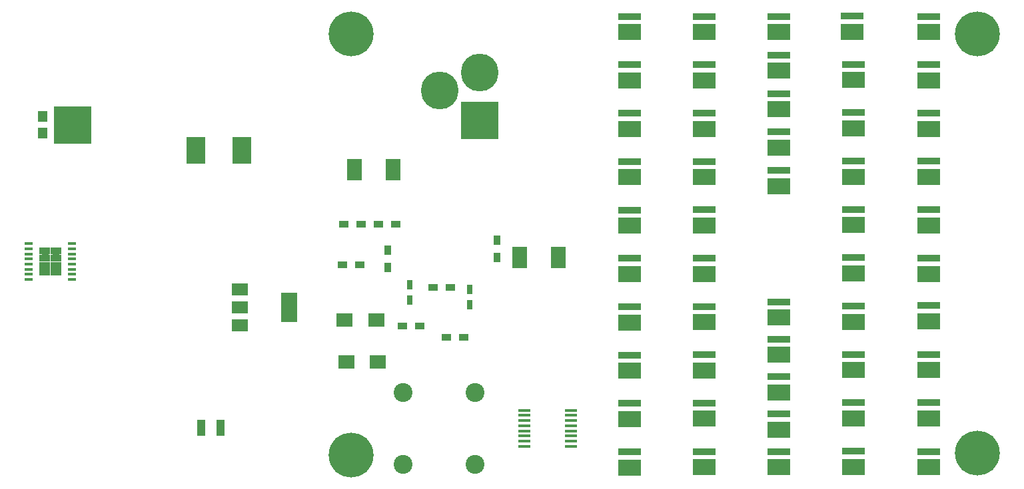
<source format=gbr>
G04 #@! TF.GenerationSoftware,KiCad,Pcbnew,no-vcs-found-01f5a12~58~ubuntu14.04.1*
G04 #@! TF.CreationDate,2017-05-04T16:20:22+02:00*
G04 #@! TF.ProjectId,leddy,6C656464792E6B696361645F70636200,rev?*
G04 #@! TF.FileFunction,Copper,L1,Top,Signal*
G04 #@! TF.FilePolarity,Positive*
%FSLAX46Y46*%
G04 Gerber Fmt 4.6, Leading zero omitted, Abs format (unit mm)*
G04 Created by KiCad (PCBNEW no-vcs-found-01f5a12~58~ubuntu14.04.1) date Thu May  4 16:20:22 2017*
%MOMM*%
%LPD*%
G01*
G04 APERTURE LIST*
%ADD10C,0.100000*%
%ADD11R,1.140000X2.030000*%
%ADD12C,1.000000*%
%ADD13R,1.050000X0.450000*%
%ADD14R,1.470000X0.895000*%
%ADD15R,1.200000X0.900000*%
%ADD16C,2.397760*%
%ADD17R,1.500000X0.450000*%
%ADD18C,4.800000*%
%ADD19R,4.800000X4.800000*%
%ADD20R,3.000000X0.900000*%
%ADD21R,3.000000X2.000000*%
%ADD22C,0.600000*%
%ADD23C,5.700000*%
%ADD24R,0.900000X1.200000*%
%ADD25R,2.000000X1.700000*%
%ADD26R,1.270000X1.400000*%
%ADD27R,4.800000X4.720000*%
%ADD28R,0.750000X1.200000*%
%ADD29R,1.903000X2.790000*%
%ADD30R,2.413000X3.429000*%
%ADD31R,2.000000X1.500000*%
%ADD32R,2.000000X3.800000*%
G04 APERTURE END LIST*
D10*
D11*
X108597219Y-101307056D03*
X110997219Y-101307056D03*
D12*
X88740000Y-81200000D03*
X90110000Y-81220000D03*
X90090000Y-79160000D03*
X88720000Y-79150000D03*
D13*
X86625000Y-77925000D03*
X86625000Y-78575000D03*
X86625000Y-79225000D03*
X86625000Y-79875000D03*
X86625000Y-80525000D03*
X86625000Y-81175000D03*
X86625000Y-81825000D03*
X86625000Y-82475000D03*
X92175000Y-82475000D03*
X92175000Y-81825000D03*
X92175000Y-81175000D03*
X92175000Y-80525000D03*
X92175000Y-79875000D03*
X92175000Y-79225000D03*
X92175000Y-78575000D03*
X92175000Y-77925000D03*
D14*
X90135000Y-81542500D03*
X90135000Y-80647500D03*
X90135000Y-79752500D03*
X90135000Y-78857500D03*
X88665000Y-81542500D03*
X88665000Y-80647500D03*
X88665000Y-79752500D03*
X88665000Y-78857500D03*
D15*
X126500000Y-80600000D03*
X128700000Y-80600000D03*
D16*
X134228000Y-96856000D03*
X143372000Y-106000000D03*
X134228000Y-106000000D03*
X143372000Y-96856000D03*
D17*
X149650000Y-99125000D03*
X149650000Y-99775000D03*
X149650000Y-100425000D03*
X149650000Y-101075000D03*
X149650000Y-101725000D03*
X149650000Y-102375000D03*
X149650000Y-103025000D03*
X149650000Y-103675000D03*
X155550000Y-103675000D03*
X155550000Y-103025000D03*
X155550000Y-102375000D03*
X155550000Y-101725000D03*
X155550000Y-101075000D03*
X155550000Y-100425000D03*
X155550000Y-99775000D03*
X155550000Y-99125000D03*
D18*
X144000000Y-56100000D03*
D19*
X144000000Y-62200000D03*
D18*
X138920000Y-58390000D03*
D20*
X163000000Y-55155555D03*
D21*
X163000000Y-57155555D03*
D22*
X162000000Y-55055555D03*
X164000000Y-55055555D03*
X163000000Y-55055555D03*
X162000000Y-57805555D03*
X162000000Y-56555555D03*
X164000000Y-57805555D03*
X164000000Y-56555555D03*
X163000000Y-56555555D03*
X163000000Y-57805555D03*
D20*
X201000000Y-49000000D03*
D21*
X201000000Y-51000000D03*
D22*
X200000000Y-48900000D03*
X202000000Y-48900000D03*
X201000000Y-48900000D03*
X200000000Y-51650000D03*
X200000000Y-50400000D03*
X202000000Y-51650000D03*
X202000000Y-50400000D03*
X201000000Y-50400000D03*
X201000000Y-51650000D03*
D20*
X191300000Y-48950000D03*
D21*
X191300000Y-50950000D03*
D22*
X190300000Y-48850000D03*
X192300000Y-48850000D03*
X191300000Y-48850000D03*
X190300000Y-51600000D03*
X190300000Y-50350000D03*
X192300000Y-51600000D03*
X192300000Y-50350000D03*
X191300000Y-50350000D03*
X191300000Y-51600000D03*
D20*
X182000000Y-49000000D03*
D21*
X182000000Y-51000000D03*
D22*
X181000000Y-48900000D03*
X183000000Y-48900000D03*
X182000000Y-48900000D03*
X181000000Y-51650000D03*
X181000000Y-50400000D03*
X183000000Y-51650000D03*
X183000000Y-50400000D03*
X182000000Y-50400000D03*
X182000000Y-51650000D03*
D20*
X172500000Y-49000000D03*
D21*
X172500000Y-51000000D03*
D22*
X171500000Y-48900000D03*
X173500000Y-48900000D03*
X172500000Y-48900000D03*
X171500000Y-51650000D03*
X171500000Y-50400000D03*
X173500000Y-51650000D03*
X173500000Y-50400000D03*
X172500000Y-50400000D03*
X172500000Y-51650000D03*
D20*
X163000000Y-49000000D03*
D21*
X163000000Y-51000000D03*
D22*
X162000000Y-48900000D03*
X164000000Y-48900000D03*
X163000000Y-48900000D03*
X162000000Y-51650000D03*
X162000000Y-50400000D03*
X164000000Y-51650000D03*
X164000000Y-50400000D03*
X163000000Y-50400000D03*
X163000000Y-51650000D03*
D23*
X207200000Y-51200000D03*
X207200000Y-104600000D03*
X127600000Y-104800000D03*
X127600000Y-51200000D03*
D24*
X146200000Y-79700000D03*
X146200000Y-77500000D03*
D25*
X131000000Y-93000000D03*
X127000000Y-93000000D03*
D26*
X88400000Y-61760000D03*
D27*
X92200000Y-62800000D03*
D26*
X88400000Y-63840000D03*
D15*
X141900000Y-89800000D03*
X139700000Y-89800000D03*
X136300000Y-88400000D03*
X134100000Y-88400000D03*
D25*
X130800000Y-87600000D03*
X126800000Y-87600000D03*
D28*
X142700000Y-85650000D03*
X142700000Y-83750000D03*
X135100000Y-85050000D03*
X135100000Y-83150000D03*
D29*
X128073500Y-68500000D03*
X132926500Y-68500000D03*
X153926500Y-79700000D03*
X149073500Y-79700000D03*
D30*
X113721000Y-66000000D03*
X107879000Y-66000000D03*
D24*
X132300000Y-80900000D03*
X132300000Y-78700000D03*
D15*
X140200000Y-83500000D03*
X138000000Y-83500000D03*
X126700000Y-75400000D03*
X128900000Y-75400000D03*
X131100000Y-75400000D03*
X133300000Y-75400000D03*
D31*
X113450000Y-83700000D03*
X113450000Y-88300000D03*
X113450000Y-86000000D03*
D32*
X119750000Y-86000000D03*
D20*
X182000000Y-58800000D03*
D21*
X182000000Y-60800000D03*
D22*
X181000000Y-58700000D03*
X183000000Y-58700000D03*
X182000000Y-58700000D03*
X181000000Y-61450000D03*
X181000000Y-60200000D03*
X183000000Y-61450000D03*
X183000000Y-60200000D03*
X182000000Y-60200000D03*
X182000000Y-61450000D03*
D20*
X201000000Y-92000000D03*
D21*
X201000000Y-94000000D03*
D22*
X200000000Y-91900000D03*
X202000000Y-91900000D03*
X201000000Y-91900000D03*
X200000000Y-94650000D03*
X200000000Y-93400000D03*
X202000000Y-94650000D03*
X202000000Y-93400000D03*
X201000000Y-93400000D03*
X201000000Y-94650000D03*
D20*
X201000000Y-79750000D03*
D21*
X201000000Y-81750000D03*
D22*
X200000000Y-79650000D03*
X202000000Y-79650000D03*
X201000000Y-79650000D03*
X200000000Y-82400000D03*
X200000000Y-81150000D03*
X202000000Y-82400000D03*
X202000000Y-81150000D03*
X201000000Y-81150000D03*
X201000000Y-82400000D03*
D20*
X201000000Y-73600000D03*
D21*
X201000000Y-75600000D03*
D22*
X200000000Y-73500000D03*
X202000000Y-73500000D03*
X201000000Y-73500000D03*
X200000000Y-76250000D03*
X200000000Y-75000000D03*
X202000000Y-76250000D03*
X202000000Y-75000000D03*
X201000000Y-75000000D03*
X201000000Y-76250000D03*
D20*
X201000000Y-67400000D03*
D21*
X201000000Y-69400000D03*
D22*
X200000000Y-67300000D03*
X202000000Y-67300000D03*
X201000000Y-67300000D03*
X200000000Y-70050000D03*
X200000000Y-68800000D03*
X202000000Y-70050000D03*
X202000000Y-68800000D03*
X201000000Y-68800000D03*
X201000000Y-70050000D03*
D20*
X201000000Y-61300000D03*
D21*
X201000000Y-63300000D03*
D22*
X200000000Y-61200000D03*
X202000000Y-61200000D03*
X201000000Y-61200000D03*
X200000000Y-63950000D03*
X200000000Y-62700000D03*
X202000000Y-63950000D03*
X202000000Y-62700000D03*
X201000000Y-62700000D03*
X201000000Y-63950000D03*
D20*
X201000000Y-55150000D03*
D21*
X201000000Y-57150000D03*
D22*
X200000000Y-55050000D03*
X202000000Y-55050000D03*
X201000000Y-55050000D03*
X200000000Y-57800000D03*
X200000000Y-56550000D03*
X202000000Y-57800000D03*
X202000000Y-56550000D03*
X201000000Y-56550000D03*
X201000000Y-57800000D03*
D20*
X191500000Y-104299982D03*
D21*
X191500000Y-106299982D03*
D22*
X190500000Y-104199982D03*
X192500000Y-104199982D03*
X191500000Y-104199982D03*
X190500000Y-106949982D03*
X190500000Y-105699982D03*
X192500000Y-106949982D03*
X192500000Y-105699982D03*
X191500000Y-105699982D03*
X191500000Y-106949982D03*
D20*
X191500000Y-98149984D03*
D21*
X191500000Y-100149984D03*
D22*
X190500000Y-98049984D03*
X192500000Y-98049984D03*
X191500000Y-98049984D03*
X190500000Y-100799984D03*
X190500000Y-99549984D03*
X192500000Y-100799984D03*
X192500000Y-99549984D03*
X191500000Y-99549984D03*
X191500000Y-100799984D03*
D20*
X191500000Y-91999986D03*
D21*
X191500000Y-93999986D03*
D22*
X190500000Y-91899986D03*
X192500000Y-91899986D03*
X191500000Y-91899986D03*
X190500000Y-94649986D03*
X190500000Y-93399986D03*
X192500000Y-94649986D03*
X192500000Y-93399986D03*
X191500000Y-93399986D03*
X191500000Y-94649986D03*
D20*
X191500000Y-85849988D03*
D21*
X191500000Y-87849988D03*
D22*
X190500000Y-85749988D03*
X192500000Y-85749988D03*
X191500000Y-85749988D03*
X190500000Y-88499988D03*
X190500000Y-87249988D03*
X192500000Y-88499988D03*
X192500000Y-87249988D03*
X191500000Y-87249988D03*
X191500000Y-88499988D03*
D20*
X191500000Y-73549992D03*
D21*
X191500000Y-75549992D03*
D22*
X190500000Y-73449992D03*
X192500000Y-73449992D03*
X191500000Y-73449992D03*
X190500000Y-76199992D03*
X190500000Y-74949992D03*
X192500000Y-76199992D03*
X192500000Y-74949992D03*
X191500000Y-74949992D03*
X191500000Y-76199992D03*
D20*
X191500000Y-67399994D03*
D21*
X191500000Y-69399994D03*
D22*
X190500000Y-67299994D03*
X192500000Y-67299994D03*
X191500000Y-67299994D03*
X190500000Y-70049994D03*
X190500000Y-68799994D03*
X192500000Y-70049994D03*
X192500000Y-68799994D03*
X191500000Y-68799994D03*
X191500000Y-70049994D03*
D20*
X191500000Y-61249996D03*
D21*
X191500000Y-63249996D03*
D22*
X190500000Y-61149996D03*
X192500000Y-61149996D03*
X191500000Y-61149996D03*
X190500000Y-63899996D03*
X190500000Y-62649996D03*
X192500000Y-63899996D03*
X192500000Y-62649996D03*
X191500000Y-62649996D03*
X191500000Y-63899996D03*
D20*
X191500000Y-55099998D03*
D21*
X191500000Y-57099998D03*
D22*
X190500000Y-54999998D03*
X192500000Y-54999998D03*
X191500000Y-54999998D03*
X190500000Y-57749998D03*
X190500000Y-56499998D03*
X192500000Y-57749998D03*
X192500000Y-56499998D03*
X191500000Y-56499998D03*
X191500000Y-57749998D03*
D20*
X182000000Y-104350000D03*
D21*
X182000000Y-106350000D03*
D22*
X181000000Y-104250000D03*
X183000000Y-104250000D03*
X182000000Y-104250000D03*
X181000000Y-107000000D03*
X181000000Y-105750000D03*
X183000000Y-107000000D03*
X183000000Y-105750000D03*
X182000000Y-105750000D03*
X182000000Y-107000000D03*
D20*
X182000000Y-99587500D03*
D21*
X182000000Y-101587500D03*
D22*
X181000000Y-99487500D03*
X183000000Y-99487500D03*
X182000000Y-99487500D03*
X181000000Y-102237500D03*
X181000000Y-100987500D03*
X183000000Y-102237500D03*
X183000000Y-100987500D03*
X182000000Y-100987500D03*
X182000000Y-102237500D03*
D20*
X182000000Y-94825000D03*
D21*
X182000000Y-96825000D03*
D22*
X181000000Y-94725000D03*
X183000000Y-94725000D03*
X182000000Y-94725000D03*
X181000000Y-97475000D03*
X181000000Y-96225000D03*
X183000000Y-97475000D03*
X183000000Y-96225000D03*
X182000000Y-96225000D03*
X182000000Y-97475000D03*
D20*
X182000000Y-90062500D03*
D21*
X182000000Y-92062500D03*
D22*
X181000000Y-89962500D03*
X183000000Y-89962500D03*
X182000000Y-89962500D03*
X181000000Y-92712500D03*
X181000000Y-91462500D03*
X183000000Y-92712500D03*
X183000000Y-91462500D03*
X182000000Y-91462500D03*
X182000000Y-92712500D03*
D20*
X182000000Y-85300000D03*
D21*
X182000000Y-87300000D03*
D22*
X181000000Y-85200000D03*
X183000000Y-85200000D03*
X182000000Y-85200000D03*
X181000000Y-87950000D03*
X181000000Y-86700000D03*
X183000000Y-87950000D03*
X183000000Y-86700000D03*
X182000000Y-86700000D03*
X182000000Y-87950000D03*
D20*
X182000000Y-68600000D03*
D21*
X182000000Y-70600000D03*
D22*
X181000000Y-68500000D03*
X183000000Y-68500000D03*
X182000000Y-68500000D03*
X181000000Y-71250000D03*
X181000000Y-70000000D03*
X183000000Y-71250000D03*
X183000000Y-70000000D03*
X182000000Y-70000000D03*
X182000000Y-71250000D03*
D20*
X191500000Y-79699990D03*
D21*
X191500000Y-81699990D03*
D22*
X190500000Y-79599990D03*
X192500000Y-79599990D03*
X191500000Y-79599990D03*
X190500000Y-82349990D03*
X190500000Y-81099990D03*
X192500000Y-82349990D03*
X192500000Y-81099990D03*
X191500000Y-81099990D03*
X191500000Y-82349990D03*
D20*
X201000000Y-85800000D03*
D21*
X201000000Y-87800000D03*
D22*
X200000000Y-85700000D03*
X202000000Y-85700000D03*
X201000000Y-85700000D03*
X200000000Y-88450000D03*
X200000000Y-87200000D03*
X202000000Y-88450000D03*
X202000000Y-87200000D03*
X201000000Y-87200000D03*
X201000000Y-88450000D03*
D20*
X182000000Y-53900000D03*
D21*
X182000000Y-55900000D03*
D22*
X181000000Y-53800000D03*
X183000000Y-53800000D03*
X182000000Y-53800000D03*
X181000000Y-56550000D03*
X181000000Y-55300000D03*
X183000000Y-56550000D03*
X183000000Y-55300000D03*
X182000000Y-55300000D03*
X182000000Y-56550000D03*
D20*
X172500000Y-104350000D03*
D21*
X172500000Y-106350000D03*
D22*
X171500000Y-104250000D03*
X173500000Y-104250000D03*
X172500000Y-104250000D03*
X171500000Y-107000000D03*
X171500000Y-105750000D03*
X173500000Y-107000000D03*
X173500000Y-105750000D03*
X172500000Y-105750000D03*
X172500000Y-107000000D03*
D20*
X172500000Y-98200000D03*
D21*
X172500000Y-100200000D03*
D22*
X171500000Y-98100000D03*
X173500000Y-98100000D03*
X172500000Y-98100000D03*
X171500000Y-100850000D03*
X171500000Y-99600000D03*
X173500000Y-100850000D03*
X173500000Y-99600000D03*
X172500000Y-99600000D03*
X172500000Y-100850000D03*
D20*
X172500000Y-92050000D03*
D21*
X172500000Y-94050000D03*
D22*
X171500000Y-91950000D03*
X173500000Y-91950000D03*
X172500000Y-91950000D03*
X171500000Y-94700000D03*
X171500000Y-93450000D03*
X173500000Y-94700000D03*
X173500000Y-93450000D03*
X172500000Y-93450000D03*
X172500000Y-94700000D03*
D20*
X172500000Y-85900000D03*
D21*
X172500000Y-87900000D03*
D22*
X171500000Y-85800000D03*
X173500000Y-85800000D03*
X172500000Y-85800000D03*
X171500000Y-88550000D03*
X171500000Y-87300000D03*
X173500000Y-88550000D03*
X173500000Y-87300000D03*
X172500000Y-87300000D03*
X172500000Y-88550000D03*
D20*
X172500000Y-79750000D03*
D21*
X172500000Y-81750000D03*
D22*
X171500000Y-79650000D03*
X173500000Y-79650000D03*
X172500000Y-79650000D03*
X171500000Y-82400000D03*
X171500000Y-81150000D03*
X173500000Y-82400000D03*
X173500000Y-81150000D03*
X172500000Y-81150000D03*
X172500000Y-82400000D03*
D20*
X172500000Y-73600000D03*
D21*
X172500000Y-75600000D03*
D22*
X171500000Y-73500000D03*
X173500000Y-73500000D03*
X172500000Y-73500000D03*
X171500000Y-76250000D03*
X171500000Y-75000000D03*
X173500000Y-76250000D03*
X173500000Y-75000000D03*
X172500000Y-75000000D03*
X172500000Y-76250000D03*
D20*
X172500000Y-67450000D03*
D21*
X172500000Y-69450000D03*
D22*
X171500000Y-67350000D03*
X173500000Y-67350000D03*
X172500000Y-67350000D03*
X171500000Y-70100000D03*
X171500000Y-68850000D03*
X173500000Y-70100000D03*
X173500000Y-68850000D03*
X172500000Y-68850000D03*
X172500000Y-70100000D03*
D20*
X172500000Y-61300000D03*
D21*
X172500000Y-63300000D03*
D22*
X171500000Y-61200000D03*
X173500000Y-61200000D03*
X172500000Y-61200000D03*
X171500000Y-63950000D03*
X171500000Y-62700000D03*
X173500000Y-63950000D03*
X173500000Y-62700000D03*
X172500000Y-62700000D03*
X172500000Y-63950000D03*
D20*
X172500000Y-55150000D03*
D21*
X172500000Y-57150000D03*
D22*
X171500000Y-55050000D03*
X173500000Y-55050000D03*
X172500000Y-55050000D03*
X171500000Y-57800000D03*
X171500000Y-56550000D03*
X173500000Y-57800000D03*
X173500000Y-56550000D03*
X172500000Y-56550000D03*
X172500000Y-57800000D03*
D20*
X182000000Y-63700000D03*
D21*
X182000000Y-65700000D03*
D22*
X181000000Y-63600000D03*
X183000000Y-63600000D03*
X182000000Y-63600000D03*
X181000000Y-66350000D03*
X181000000Y-65100000D03*
X183000000Y-66350000D03*
X183000000Y-65100000D03*
X182000000Y-65100000D03*
X182000000Y-66350000D03*
D20*
X201000000Y-98150000D03*
D21*
X201000000Y-100150000D03*
D22*
X200000000Y-98050000D03*
X202000000Y-98050000D03*
X201000000Y-98050000D03*
X200000000Y-100800000D03*
X200000000Y-99550000D03*
X202000000Y-100800000D03*
X202000000Y-99550000D03*
X201000000Y-99550000D03*
X201000000Y-100800000D03*
D20*
X201000000Y-104350000D03*
D21*
X201000000Y-106350000D03*
D22*
X200000000Y-104250000D03*
X202000000Y-104250000D03*
X201000000Y-104250000D03*
X200000000Y-107000000D03*
X200000000Y-105750000D03*
X202000000Y-107000000D03*
X202000000Y-105750000D03*
X201000000Y-105750000D03*
X201000000Y-107000000D03*
D20*
X163000000Y-104399995D03*
D21*
X163000000Y-106399995D03*
D22*
X162000000Y-104299995D03*
X164000000Y-104299995D03*
X163000000Y-104299995D03*
X162000000Y-107049995D03*
X162000000Y-105799995D03*
X164000000Y-107049995D03*
X164000000Y-105799995D03*
X163000000Y-105799995D03*
X163000000Y-107049995D03*
D20*
X163000000Y-98244440D03*
D21*
X163000000Y-100244440D03*
D22*
X162000000Y-98144440D03*
X164000000Y-98144440D03*
X163000000Y-98144440D03*
X162000000Y-100894440D03*
X162000000Y-99644440D03*
X164000000Y-100894440D03*
X164000000Y-99644440D03*
X163000000Y-99644440D03*
X163000000Y-100894440D03*
D20*
X163000000Y-92088885D03*
D21*
X163000000Y-94088885D03*
D22*
X162000000Y-91988885D03*
X164000000Y-91988885D03*
X163000000Y-91988885D03*
X162000000Y-94738885D03*
X162000000Y-93488885D03*
X164000000Y-94738885D03*
X164000000Y-93488885D03*
X163000000Y-93488885D03*
X163000000Y-94738885D03*
D20*
X163000000Y-85933330D03*
D21*
X163000000Y-87933330D03*
D22*
X162000000Y-85833330D03*
X164000000Y-85833330D03*
X163000000Y-85833330D03*
X162000000Y-88583330D03*
X162000000Y-87333330D03*
X164000000Y-88583330D03*
X164000000Y-87333330D03*
X163000000Y-87333330D03*
X163000000Y-88583330D03*
D20*
X163000000Y-79777775D03*
D21*
X163000000Y-81777775D03*
D22*
X162000000Y-79677775D03*
X164000000Y-79677775D03*
X163000000Y-79677775D03*
X162000000Y-82427775D03*
X162000000Y-81177775D03*
X164000000Y-82427775D03*
X164000000Y-81177775D03*
X163000000Y-81177775D03*
X163000000Y-82427775D03*
D20*
X163000000Y-73622220D03*
D21*
X163000000Y-75622220D03*
D22*
X162000000Y-73522220D03*
X164000000Y-73522220D03*
X163000000Y-73522220D03*
X162000000Y-76272220D03*
X162000000Y-75022220D03*
X164000000Y-76272220D03*
X164000000Y-75022220D03*
X163000000Y-75022220D03*
X163000000Y-76272220D03*
D20*
X163000000Y-67466665D03*
D21*
X163000000Y-69466665D03*
D22*
X162000000Y-67366665D03*
X164000000Y-67366665D03*
X163000000Y-67366665D03*
X162000000Y-70116665D03*
X162000000Y-68866665D03*
X164000000Y-70116665D03*
X164000000Y-68866665D03*
X163000000Y-68866665D03*
X163000000Y-70116665D03*
D20*
X163000000Y-61311110D03*
D21*
X163000000Y-63311110D03*
D22*
X162000000Y-61211110D03*
X164000000Y-61211110D03*
X163000000Y-61211110D03*
X162000000Y-63961110D03*
X162000000Y-62711110D03*
X164000000Y-63961110D03*
X164000000Y-62711110D03*
X163000000Y-62711110D03*
X163000000Y-63961110D03*
M02*

</source>
